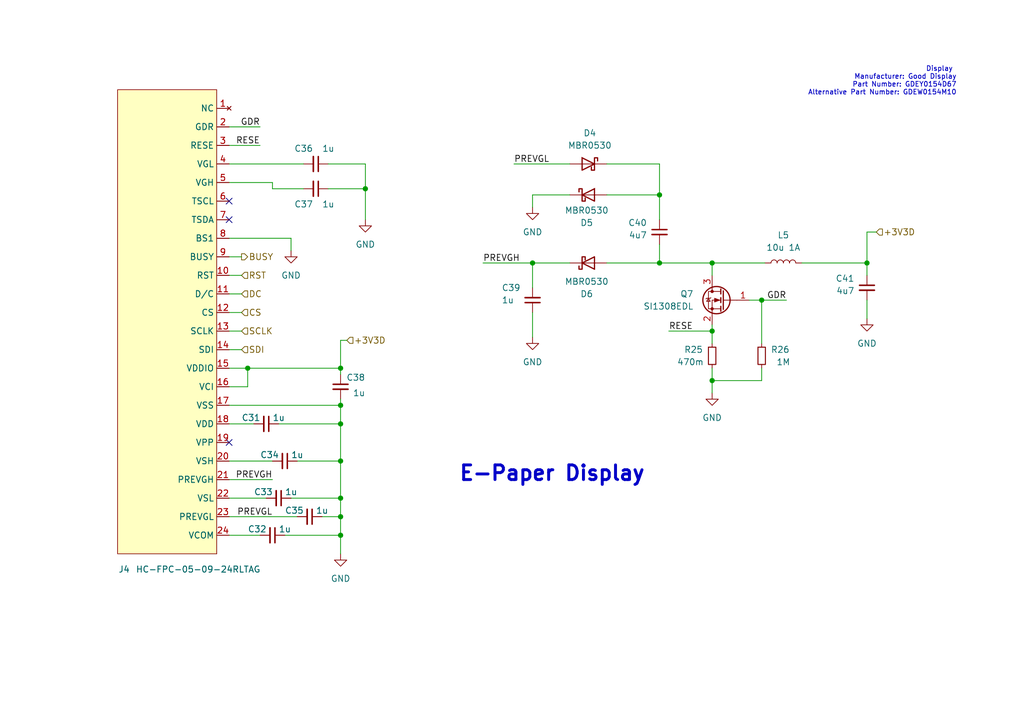
<source format=kicad_sch>
(kicad_sch (version 20231120) (generator "eeschema") (generator_version "8.0")
  (paper "A5")
  (title_block (title "Teapotlabs Atlas") (date "2024-10-25") (rev "1") (company "Teapot Laboratories"))
  (lib_symbols
    (symbol "Device:C_Small" (pin_numbers hide) (pin_names (offset 0.254) hide)
      (property "Reference" "C" (at 0.254 1.778 0))
      (property "Value" "C_Small" (at 0.254 -2.032 0))
      (symbol "C_Small_0_1"
        (polyline (pts (xy -1.524 -0.508) (xy 1.524 -0.508)) (stroke (width 0.3302)))
        (polyline (pts (xy -1.524 0.508) (xy 1.524 0.508)) (stroke (width 0.3048)))
      )
      (symbol "C_Small_1_1"
        (pin passive line (at 0 2.54 270) (length 2.032) (name "~") (number "1"))
        (pin passive line (at 0 -2.54 90) (length 2.032) (name "~") (number "2"))
      )
    )
    (symbol "Device:L" (pin_numbers hide) (pin_names (offset 1.016) hide)
      (property "Reference" "L" (at -1.27 0 90))
      (property "Value" "L" (at 1.905 0 90))
      (symbol "L_0_1"
        (arc (start 0 -2.54) (mid 0.6323 -1.905) (end 0 -1.27))
        (arc (start 0 -1.27) (mid 0.6323 -0.635) (end 0 0))
        (arc (start 0 0) (mid 0.6323 0.635) (end 0 1.27))
        (arc (start 0 1.27) (mid 0.6323 1.905) (end 0 2.54))
      )
      (symbol "L_1_1"
        (pin passive line (at 0 3.81 270) (length 1.27) (name "1") (number "1"))
        (pin passive line (at 0 -3.81 90) (length 1.27) (name "2") (number "2"))
      )
    )
    (symbol "Device:R_Small" (pin_numbers hide) (pin_names (offset 0.254) hide)
      (property "Reference" "R" (at 0.762 0.508 0))
      (property "Value" "R_Small" (at 0.762 -1.016 0))
      (symbol "R_Small_0_1"
        (rectangle (start -0.762 1.778) (end 0.762 -1.778) (stroke (width 0.2032)))
      )
      (symbol "R_Small_1_1"
        (pin passive line (at 0 2.54 270) (length 0.762) (name "~") (number "1"))
        (pin passive line (at 0 -2.54 90) (length 0.762) (name "~") (number "2"))
      )
    )
    (symbol "Diode:MBR0530" (pin_numbers hide) (pin_names (offset 1.016) hide)
      (property "Reference" "D" (at 0 2.54 0))
      (property "Value" "MBR0530" (at 0 -2.54 0))
      (symbol "MBR0530_0_1"
        (polyline (pts (xy 1.27 0) (xy -1.27 0)))
        (polyline (pts (xy 1.27 1.27) (xy 1.27 -1.27) (xy -1.27 0) (xy 1.27 1.27)) (stroke (width 0.254)))
        (polyline (pts (xy -1.905 0.635) (xy -1.905 1.27) (xy -1.27 1.27) (xy -1.27 -1.27) (xy -0.635 -1.27) (xy -0.635 -0.635)) (stroke (width 0.254)))
      )
      (symbol "MBR0530_1_1"
        (pin passive line (at -3.81 0 0) (length 2.54) (name "K") (number "1"))
        (pin passive line (at 3.81 0 180) (length 2.54) (name "A") (number "2"))
      )
    )
    (symbol "Transistor_FET:AO3400A" (pin_names hide)
      (property "Reference" "Q" (at 5.08 1.905 0))
      (property "Value" "AO3400A" (at 5.08 0 0))
      (symbol "AO3400A_0_1"
        (polyline (pts (xy 0.254 0) (xy -2.54 0)))
        (polyline (pts (xy 0.254 1.905) (xy 0.254 -1.905)) (stroke (width 0.254)))
        (polyline (pts (xy 0.762 -1.27) (xy 0.762 -2.286)) (stroke (width 0.254)))
        (polyline (pts (xy 0.762 0.508) (xy 0.762 -0.508)) (stroke (width 0.254)))
        (polyline (pts (xy 0.762 2.286) (xy 0.762 1.27)) (stroke (width 0.254)))
        (polyline (pts (xy 2.54 2.54) (xy 2.54 1.778)))
        (polyline (pts (xy 2.54 -2.54) (xy 2.54 0) (xy 0.762 0)))
        (polyline (pts (xy 0.762 -1.778) (xy 3.302 -1.778) (xy 3.302 1.778) (xy 0.762 1.778)))
        (polyline (pts (xy 1.016 0) (xy 2.032 0.381) (xy 2.032 -0.381) (xy 1.016 0)) (fill (type outline)))
        (polyline (pts (xy 2.794 0.508) (xy 2.921 0.381) (xy 3.683 0.381) (xy 3.81 0.254)))
        (polyline (pts (xy 3.302 0.381) (xy 2.921 -0.254) (xy 3.683 -0.254) (xy 3.302 0.381)))
        (circle (center 1.651 0) (radius 2.794) (stroke (width 0.254)))
        (circle (center 2.54 -1.778) (radius 0.254) (fill (type outline)))
        (circle (center 2.54 1.778) (radius 0.254) (fill (type outline)))
      )
      (symbol "AO3400A_1_1"
        (pin input line (at -5.08 0 0) (length 2.54) (name "G") (number "1"))
        (pin passive line (at 2.54 -5.08 90) (length 2.54) (name "S") (number "2"))
        (pin passive line (at 2.54 5.08 270) (length 2.54) (name "D") (number "3"))
      )
    )
    (symbol "atlas:GDEW0154M10"
      (property "Reference" "U" (at -8.89 45.72 0))
      (symbol "GDEW0154M10_1_1"
        (rectangle (start -10.16 44.45) (end 10.16 -50.8) (fill (type background)))
        (pin no_connect line (at -12.7 40.64 0) (length 2.54) (name "NC") (number "1"))
        (pin input line (at -12.7 6.35 0) (length 2.54) (name "RST") (number "10"))
        (pin input line (at -12.7 2.54 0) (length 2.54) (name "D/C") (number "11"))
        (pin input line (at -12.7 -1.27 0) (length 2.54) (name "CS") (number "12"))
        (pin output line (at -12.7 -5.08 0) (length 2.54) (name "SCLK") (number "13"))
        (pin output line (at -12.7 -8.89 0) (length 2.54) (name "SDI") (number "14"))
        (pin power_in line (at -12.7 -12.7 0) (length 2.54) (name "VDDIO") (number "15"))
        (pin power_in line (at -12.7 -16.51 0) (length 2.54) (name "VCI") (number "16"))
        (pin power_in line (at -12.7 -20.32 0) (length 2.54) (name "VSS") (number "17"))
        (pin power_in line (at -12.7 -24.13 0) (length 2.54) (name "VDD") (number "18"))
        (pin power_in line (at -12.7 -27.94 0) (length 2.54) (name "VPP") (number "19"))
        (pin output line (at -12.7 36.83 0) (length 2.54) (name "GDR") (number "2"))
        (pin power_in line (at -12.7 -31.75 0) (length 2.54) (name "VSH") (number "20"))
        (pin power_in line (at -12.7 -35.56 0) (length 2.54) (name "PREVGH") (number "21"))
        (pin power_in line (at -12.7 -39.37 0) (length 2.54) (name "VSL") (number "22"))
        (pin power_in line (at -12.7 -43.18 0) (length 2.54) (name "PREVGL") (number "23"))
        (pin power_in line (at -12.7 -46.99 0) (length 2.54) (name "VCOM") (number "24"))
        (pin output line (at -12.7 33.02 0) (length 2.54) (name "RESE") (number "3"))
        (pin passive line (at -12.7 29.21 0) (length 2.54) (name "VGL") (number "4"))
        (pin passive line (at -12.7 25.4 0) (length 2.54) (name "VGH") (number "5"))
        (pin output line (at -12.7 21.59 0) (length 2.54) (name "TSCL") (number "6"))
        (pin bidirectional line (at -12.7 17.78 0) (length 2.54) (name "TSDA") (number "7"))
        (pin input line (at -12.7 13.97 0) (length 2.54) (name "BS1") (number "8"))
        (pin output line (at -12.7 10.16 0) (length 2.54) (name "BUSY") (number "9"))
      )
    )
    (symbol "power:GND" (power) (pin_names (offset 0))
      (property "Value" "GND" (at 0 -3.81 0))
      (symbol "GND_0_1"
        (polyline (pts (xy 0 0) (xy 0 -1.27) (xy 1.27 -1.27) (xy 0 -2.54) (xy -1.27 -1.27) (xy 0 -1.27)))
      )
      (symbol "GND_1_1"
        (pin power_in line (at 0 0 270) (length 0) hide (name "GND") (number "1"))
      )
    )
  )
  (junction (at 69.85 109.855))
  (junction (at 135.255 53.975))
  (junction (at 146.05 53.975))
  (junction (at 69.85 83.185))
  (junction (at 109.22 53.975))
  (junction (at 69.85 94.615))
  (junction (at 146.05 78.105))
  (junction (at 69.85 86.995))
  (junction (at 69.85 106.045))
  (junction (at 74.93 38.735))
  (junction (at 69.85 102.235))
  (junction (at 135.255 40.005))
  (junction (at 50.8 75.565))
  (junction (at 69.85 75.565))
  (junction (at 146.05 67.945))
  (junction (at 177.8 53.975))
  (junction (at 156.21 61.595))
  (no_connect (at 46.99 90.805))
  (no_connect (at 46.99 45.085))
  (no_connect (at 46.99 41.275))
  (wire (pts (xy 156.21 75.565) (xy 156.21 78.105)))
  (wire (pts (xy 146.05 66.675) (xy 146.05 67.945)))
  (wire (pts (xy 55.88 37.465) (xy 55.88 38.735)))
  (wire (pts (xy 74.93 38.735) (xy 74.93 45.085)))
  (wire (pts (xy 69.85 113.665) (xy 69.85 109.855)))
  (wire (pts (xy 59.69 48.895) (xy 59.69 51.435)))
  (wire (pts (xy 69.85 109.855) (xy 69.85 106.045)))
  (wire (pts (xy 46.99 79.375) (xy 50.8 79.375)))
  (wire (pts (xy 49.53 60.325) (xy 46.99 60.325)))
  (wire (pts (xy 146.05 67.945) (xy 137.16 67.945)))
  (wire (pts (xy 74.93 33.655) (xy 74.93 38.735)))
  (wire (pts (xy 49.53 67.945) (xy 46.99 67.945)))
  (wire (pts (xy 161.29 61.595) (xy 156.21 61.595)))
  (wire (pts (xy 49.53 56.515) (xy 46.99 56.515)))
  (wire (pts (xy 109.22 53.975) (xy 109.22 59.055)))
  (wire (pts (xy 69.85 86.995) (xy 69.85 83.185)))
  (wire (pts (xy 53.34 109.855) (xy 46.99 109.855)))
  (wire (pts (xy 55.88 98.425) (xy 46.99 98.425)))
  (wire (pts (xy 69.85 75.565) (xy 50.8 75.565)))
  (wire (pts (xy 50.8 79.375) (xy 50.8 75.565)))
  (wire (pts (xy 69.85 109.855) (xy 58.42 109.855)))
  (wire (pts (xy 50.8 75.565) (xy 46.99 75.565)))
  (wire (pts (xy 156.21 70.485) (xy 156.21 61.595)))
  (wire (pts (xy 49.53 71.755) (xy 46.99 71.755)))
  (wire (pts (xy 135.255 33.655) (xy 135.255 40.005)))
  (wire (pts (xy 46.99 37.465) (xy 55.88 37.465)))
  (wire (pts (xy 49.53 64.135) (xy 46.99 64.135)))
  (wire (pts (xy 62.23 33.655) (xy 46.99 33.655)))
  (wire (pts (xy 135.255 40.005) (xy 135.255 45.085)))
  (wire (pts (xy 135.255 33.655) (xy 124.46 33.655)))
  (wire (pts (xy 69.85 102.235) (xy 59.69 102.235)))
  (wire (pts (xy 74.93 33.655) (xy 67.31 33.655)))
  (wire (pts (xy 69.85 75.565) (xy 69.85 76.835)))
  (wire (pts (xy 179.705 47.625) (xy 177.8 47.625)))
  (wire (pts (xy 146.05 53.975) (xy 156.845 53.975)))
  (wire (pts (xy 177.8 47.625) (xy 177.8 53.975)))
  (wire (pts (xy 177.8 53.975) (xy 164.465 53.975)))
  (wire (pts (xy 135.255 50.165) (xy 135.255 53.975)))
  (wire (pts (xy 116.84 40.005) (xy 109.22 40.005)))
  (wire (pts (xy 135.255 40.005) (xy 124.46 40.005)))
  (wire (pts (xy 69.85 83.185) (xy 46.99 83.185)))
  (wire (pts (xy 116.84 53.975) (xy 109.22 53.975)))
  (wire (pts (xy 69.85 81.915) (xy 69.85 83.185)))
  (wire (pts (xy 146.05 56.515) (xy 146.05 53.975)))
  (wire (pts (xy 74.93 38.735) (xy 67.31 38.735)))
  (wire (pts (xy 109.22 64.135) (xy 109.22 69.215)))
  (wire (pts (xy 69.85 94.615) (xy 60.96 94.615)))
  (wire (pts (xy 146.05 53.975) (xy 135.255 53.975)))
  (wire (pts (xy 116.84 33.655) (xy 105.41 33.655)))
  (wire (pts (xy 156.21 61.595) (xy 153.67 61.595)))
  (wire (pts (xy 69.85 106.045) (xy 69.85 102.235)))
  (wire (pts (xy 49.53 52.705) (xy 46.99 52.705)))
  (wire (pts (xy 52.07 86.995) (xy 46.99 86.995)))
  (wire (pts (xy 69.85 106.045) (xy 66.04 106.045)))
  (wire (pts (xy 69.85 86.995) (xy 57.15 86.995)))
  (wire (pts (xy 146.05 67.945) (xy 146.05 70.485)))
  (wire (pts (xy 69.85 69.85) (xy 69.85 75.565)))
  (wire (pts (xy 54.61 102.235) (xy 46.99 102.235)))
  (wire (pts (xy 109.22 53.975) (xy 99.06 53.975)))
  (wire (pts (xy 55.88 38.735) (xy 62.23 38.735)))
  (wire (pts (xy 53.34 26.035) (xy 46.99 26.035)))
  (wire (pts (xy 177.8 53.975) (xy 177.8 56.515)))
  (wire (pts (xy 146.05 78.105) (xy 146.05 80.645)))
  (wire (pts (xy 69.85 94.615) (xy 69.85 86.995)))
  (wire (pts (xy 135.255 53.975) (xy 124.46 53.975)))
  (wire (pts (xy 69.85 69.85) (xy 71.12 69.85)))
  (wire (pts (xy 55.88 94.615) (xy 46.99 94.615)))
  (wire (pts (xy 60.96 106.045) (xy 46.99 106.045)))
  (wire (pts (xy 69.85 102.235) (xy 69.85 94.615)))
  (wire (pts (xy 46.99 48.895) (xy 59.69 48.895)))
  (wire (pts (xy 146.05 75.565) (xy 146.05 78.105)))
  (wire (pts (xy 156.21 78.105) (xy 146.05 78.105)))
  (wire (pts (xy 177.8 61.595) (xy 177.8 65.405)))
  (wire (pts (xy 109.22 40.005) (xy 109.22 42.545)))
  (wire (pts (xy 53.34 29.845) (xy 46.99 29.845)))
  (text "Display \nManufacturer: Good Display\nPart Number: GDEY0154D67\nAlternative Part Number: GDEW0154M10" (at 196.215 19.685 0) (effects (font (size 1 1)) (justify right bottom)))
  (text "E-Paper Display" (at 93.98 99.06 0) (effects (font (size 3 3) (thickness 0.6) (bold yes)) (justify left bottom)))
  (label "GDR" (at 53.34 26.035 180))
  (label "PREVGL" (at 55.88 106.045 180))
  (label "RESE" (at 137.16 67.945 0))
  (label "RESE" (at 53.34 29.845 180))
  (label "GDR" (at 161.29 61.595 180))
  (label "PREVGH" (at 55.88 98.425 180))
  (label "PREVGL" (at 105.41 33.655 0))
  (label "PREVGH" (at 99.06 53.975 0))
  (hierarchical_label "DC" (shape input) (at 49.53 60.325 0))
  (hierarchical_label "+3V3D" (shape input) (at 71.12 69.85 0))
  (hierarchical_label "SDI" (shape input) (at 49.53 71.755 0))
  (hierarchical_label "+3V3D" (shape input) (at 179.705 47.625 0))
  (hierarchical_label "RST" (shape input) (at 49.53 56.515 0))
  (hierarchical_label "CS" (shape input) (at 49.53 64.135 0))
  (hierarchical_label "BUSY" (shape output) (at 49.53 52.705 0))
  (hierarchical_label "SCLK" (shape input) (at 49.53 67.945 0))
  (symbol (lib_id "Device:C_Small") (at 63.5 106.045 270) (mirror x) (unit 1)
    (property "Reference" "C35" (at 58.42 104.775 90) (effects (justify left)))
    (property "Value" "1u" (at 64.77 104.775 90) (effects (justify left)))
    (property "Footprint" "Capacitor_SMD:C_0402_1005Metric" (effects (hide yes)))
    (property "Datasheet" "https://datasheet.lcsc.com/lcsc/2201180430_Murata-Electronics-GRM155R61H105KE05D_C1518208.pdf" (effects (hide yes)))
    (property "Part Description" "Ceramic Capacitors 50V 1uF X5R ±10%" (effects (hide yes)))
    (property "Manufacturer" "Murata Electronics" (effects (hide yes)))
    (property "Manufacturer Part Number" "GRM155R61H105KE05D" (effects (hide yes)))
    (property "Distributor" "LCSC" (effects (hide yes)))
    (property "Distributor Part Number" "C1518208" (effects (hide yes)))
    (property "Distributor Link" "https://www.lcsc.com/product-detail/Multilayer-Ceramic-Capacitors-MLCC-SMD-SMT_Murata-Electronics-GRM155R61H105KE05D_C1518208.html" (effects (hide yes)))
  )
  (symbol (lib_id "power:GND") (at 69.85 113.665 0) (mirror y) (unit 1)
    (property "Reference" "#PWR094" (effects (hide yes)))
    (property "Value" "GND" (at 69.85 118.745 0))
  )
  (symbol (lib_id "Device:C_Small") (at 54.61 86.995 270) (mirror x) (unit 1)
    (property "Reference" "C31" (at 49.53 85.725 90) (effects (justify left)))
    (property "Value" "1u" (at 55.88 85.725 90) (effects (justify left)))
    (property "Footprint" "Capacitor_SMD:C_0402_1005Metric" (effects (hide yes)))
    (property "Datasheet" "https://datasheet.lcsc.com/lcsc/2201180430_Murata-Electronics-GRM155R61H105KE05D_C1518208.pdf" (effects (hide yes)))
    (property "Part Description" "Ceramic Capacitors 50V 1uF X5R ±10%" (effects (hide yes)))
    (property "Manufacturer" "Murata Electronics" (effects (hide yes)))
    (property "Manufacturer Part Number" "GRM155R61H105KE05D" (effects (hide yes)))
    (property "Distributor" "LCSC" (effects (hide yes)))
    (property "Distributor Part Number" "C1518208" (effects (hide yes)))
    (property "Distributor Link" "https://www.lcsc.com/product-detail/Multilayer-Ceramic-Capacitors-MLCC-SMD-SMT_Murata-Electronics-GRM155R61H105KE05D_C1518208.html" (effects (hide yes)))
  )
  (symbol (lib_id "Device:R_Small") (at 146.05 73.025 180) (unit 1)
    (property "Reference" "R25" (at 142.24 71.755 0))
    (property "Value" "470m" (at 141.605 74.295 0))
    (property "Footprint" "Resistor_SMD:R_0402_1005Metric" (effects (hide yes)))
    (property "Datasheet" "https://datasheet.lcsc.com/lcsc/2305172030_Vishay-Intertech-RCWE0402R470FKEA_C962578.pdf" (effects (hide yes)))
    (property "Part Description" "Resistor 125mW ±1% 470mΩ" (effects (hide yes)))
    (property "Manufacturer" "Vishay Intertech" (effects (hide yes)))
    (property "Manufacturer Part Number" "RCWE0402R470FKEA" (effects (hide yes)))
    (property "Distributor" "LCSC" (effects (hide yes)))
    (property "Distributor Part Number" "C962578" (effects (hide yes)))
    (property "Distributor Link" "https://www.lcsc.com/product-detail/Chip-Resistor-Surface-Mount_Vishay-Intertech-RCWE0402R470FKEA_C962578.html" (effects (hide yes)))
    (instances (project "atlas" (path "" (reference "R25") (unit 1))) (project "bwlr1e-prog" (path "" (reference "R5") (unit 1))) (project "feather_rak3172" (path "" (reference "R3") (unit 1))))
  )
  (symbol (lib_id "Diode:MBR0530") (at 120.65 53.975 0) (mirror x) (unit 1)
    (property "Reference" "D6" (at 120.3325 60.325 0))
    (property "Value" "MBR0530" (at 120.3325 57.785 0))
    (property "Footprint" "Diode_SMD:D_SOD-123" (effects (hide yes)))
    (property "Datasheet" "http://www.mccsemi.com/up_pdf/MBR0520~MBR0580(SOD123).pdf" (effects (hide yes)))
    (property "Part Description" "Schottky Barrier Diodes 30V 430mV@500mA 500mA" (effects (hide yes)))
    (property "Manufacturer" "onsemi" (effects (hide yes)))
    (property "Manufacturer Part Number" "MBR0530T1G" (effects (hide yes)))
    (property "Distributor" "LCSC" (effects (hide yes)))
    (property "Distributor Part Number" "C82046" (effects (hide yes)))
    (property "Distributor Link" "https://www.lcsc.com/product-detail/Schottky-Barrier-Diodes-SBD_onsemi-MBR0530T1G_C82046.html" (effects (hide yes)))
  )
  (symbol (lib_id "Transistor_FET:AO3400A") (at 148.59 61.595 0) (mirror y) (unit 1)
    (property "Reference" "Q7" (at 142.24 60.325 0) (effects (justify left)))
    (property "Value" "SI1308EDL" (at 142.24 62.865 0) (effects (justify left)))
    (property "Footprint" "Package_TO_SOT_SMD:SOT-323_SC-70" (effects (hide yes)))
    (property "Datasheet" "https://datasheet.lcsc.com/lcsc/1912202016_Vishay-Intertech-SI1308EDL-T1-GE3_C469327.pdf" (effects (hide yes)))
    (property "Part Description" "MOSFET N Channel 30V 1.4A 132mΩ@10V,1.4A " (effects (hide yes)))
    (property "Manufacturer" "Vishay Intertech" (effects (hide yes)))
    (property "Manufacturer Part Number" "SI1308EDL-T1-GE3" (effects (hide yes)))
    (property "Distributor" "LCSC" (effects (hide yes)))
    (property "Distributor Part Number" "C469327" (effects (hide yes)))
    (property "Distributor Link" "https://www.lcsc.com/product-detail/MOSFETs_Vishay-Intertech-SI1308EDL-T1-GE3_C469327.html" (effects (hide yes)))
  )
  (symbol (lib_id "power:GND") (at 177.8 65.405 0) (mirror y) (unit 1)
    (property "Reference" "#PWR0100" (effects (hide yes)))
    (property "Value" "GND" (at 177.8 70.485 0))
  )
  (symbol (lib_id "Device:C_Small") (at 109.22 61.595 0) (mirror x) (unit 1)
    (property "Reference" "C39" (at 102.87 59.055 0) (effects (justify left)))
    (property "Value" "1u" (at 102.87 61.595 0) (effects (justify left)))
    (property "Footprint" "Capacitor_SMD:C_0402_1005Metric" (effects (hide yes)))
    (property "Datasheet" "https://datasheet.lcsc.com/lcsc/2201180430_Murata-Electronics-GRM155R61H105KE05D_C1518208.pdf" (effects (hide yes)))
    (property "Part Description" "Ceramic Capacitors 50V 1uF X5R ±10%" (effects (hide yes)))
    (property "Manufacturer" "Murata Electronics" (effects (hide yes)))
    (property "Manufacturer Part Number" "GRM155R61H105KE05D" (effects (hide yes)))
    (property "Distributor" "LCSC" (effects (hide yes)))
    (property "Distributor Part Number" "C1518208" (effects (hide yes)))
    (property "Distributor Link" "https://www.lcsc.com/product-detail/Multilayer-Ceramic-Capacitors-MLCC-SMD-SMT_Murata-Electronics-GRM155R61H105KE05D_C1518208.html" (effects (hide yes)))
  )
  (symbol (lib_id "power:GND") (at 59.69 51.435 0) (mirror y) (unit 1)
    (property "Reference" "#PWR092" (effects (hide yes)))
    (property "Value" "GND" (at 59.69 56.515 0))
  )
  (symbol (lib_id "Device:C_Small") (at 57.15 102.235 270) (mirror x) (unit 1)
    (property "Reference" "C33" (at 52.07 100.965 90) (effects (justify left)))
    (property "Value" "1u" (at 58.42 100.965 90) (effects (justify left)))
    (property "Footprint" "Capacitor_SMD:C_0402_1005Metric" (effects (hide yes)))
    (property "Datasheet" "https://datasheet.lcsc.com/lcsc/2201180430_Murata-Electronics-GRM155R61H105KE05D_C1518208.pdf" (effects (hide yes)))
    (property "Part Description" "Ceramic Capacitors 50V 1uF X5R ±10%" (effects (hide yes)))
    (property "Manufacturer" "Murata Electronics" (effects (hide yes)))
    (property "Manufacturer Part Number" "GRM155R61H105KE05D" (effects (hide yes)))
    (property "Distributor" "LCSC" (effects (hide yes)))
    (property "Distributor Part Number" "C1518208" (effects (hide yes)))
    (property "Distributor Link" "https://www.lcsc.com/product-detail/Multilayer-Ceramic-Capacitors-MLCC-SMD-SMT_Murata-Electronics-GRM155R61H105KE05D_C1518208.html" (effects (hide yes)))
  )
  (symbol (lib_id "power:GND") (at 146.05 80.645 0) (mirror y) (unit 1)
    (property "Reference" "#PWR098" (effects (hide yes)))
    (property "Value" "GND" (at 146.05 85.725 0))
  )
  (symbol (lib_id "power:GND") (at 74.93 45.085 0) (mirror y) (unit 1)
    (property "Reference" "#PWR095" (effects (hide yes)))
    (property "Value" "GND" (at 74.93 50.165 0))
  )
  (symbol (lib_id "Device:C_Small") (at 55.88 109.855 270) (mirror x) (unit 1)
    (property "Reference" "C32" (at 50.8 108.585 90) (effects (justify left)))
    (property "Value" "1u" (at 57.15 108.585 90) (effects (justify left)))
    (property "Footprint" "Capacitor_SMD:C_0402_1005Metric" (effects (hide yes)))
    (property "Datasheet" "https://datasheet.lcsc.com/lcsc/2201180430_Murata-Electronics-GRM155R61H105KE05D_C1518208.pdf" (effects (hide yes)))
    (property "Part Description" "Ceramic Capacitors 50V 1uF X5R ±10%" (effects (hide yes)))
    (property "Manufacturer" "Murata Electronics" (effects (hide yes)))
    (property "Manufacturer Part Number" "GRM155R61H105KE05D" (effects (hide yes)))
    (property "Distributor" "LCSC" (effects (hide yes)))
    (property "Distributor Part Number" "C1518208" (effects (hide yes)))
    (property "Distributor Link" "https://www.lcsc.com/product-detail/Multilayer-Ceramic-Capacitors-MLCC-SMD-SMT_Murata-Electronics-GRM155R61H105KE05D_C1518208.html" (effects (hide yes)))
  )
  (symbol (lib_id "Device:C_Small") (at 135.255 47.625 0) (mirror y) (unit 1)
    (property "Reference" "C40" (at 132.715 45.72 0) (effects (justify left)))
    (property "Value" "4u7" (at 132.715 48.26 0) (effects (justify left)))
    (property "Footprint" "Capacitor_SMD:C_0603_1608Metric" (effects (hide yes)))
    (property "Datasheet" "https://datasheet.lcsc.com/lcsc/1810261513_Samsung-Electro-Mechanics-CL10A475KA8NQNC_C69335.pdf" (effects (hide yes)))
    (property "Part Description" "Ceramic Capacitors 25V 4.7uF X5R ±10%" (effects (hide yes)))
    (property "Manufacturer" "Samsung Electro-Mechanics" (effects (hide yes)))
    (property "Manufacturer Part Number" "CL10A475KA8NQNC" (effects (hide yes)))
    (property "Distributor" "LCSC" (effects (hide yes)))
    (property "Distributor Part Number" "C69335" (effects (hide yes)))
    (property "Distributor Link" "https://www.lcsc.com/product-detail/Multilayer-Ceramic-Capacitors-MLCC-SMD-SMT_Samsung-Electro-Mechanics-CL10A475KA8NQNC_C69335.html" (effects (hide yes)))
  )
  (symbol (lib_id "Device:C_Small") (at 58.42 94.615 270) (mirror x) (unit 1)
    (property "Reference" "C34" (at 53.34 93.345 90) (effects (justify left)))
    (property "Value" "1u" (at 59.69 93.345 90) (effects (justify left)))
    (property "Footprint" "Capacitor_SMD:C_0402_1005Metric" (effects (hide yes)))
    (property "Datasheet" "https://datasheet.lcsc.com/lcsc/2201180430_Murata-Electronics-GRM155R61H105KE05D_C1518208.pdf" (effects (hide yes)))
    (property "Part Description" "Ceramic Capacitors 50V 1uF X5R ±10%" (effects (hide yes)))
    (property "Manufacturer" "Murata Electronics" (effects (hide yes)))
    (property "Manufacturer Part Number" "GRM155R61H105KE05D" (effects (hide yes)))
    (property "Distributor" "LCSC" (effects (hide yes)))
    (property "Distributor Part Number" "C1518208" (effects (hide yes)))
    (property "Distributor Link" "https://www.lcsc.com/product-detail/Multilayer-Ceramic-Capacitors-MLCC-SMD-SMT_Murata-Electronics-GRM155R61H105KE05D_C1518208.html" (effects (hide yes)))
  )
  (symbol (lib_id "Device:C_Small") (at 64.77 33.655 270) (mirror x) (unit 1)
    (property "Reference" "C36" (at 60.325 30.48 90) (effects (justify left)))
    (property "Value" "1u" (at 66.04 30.48 90) (effects (justify left)))
    (property "Footprint" "Capacitor_SMD:C_0402_1005Metric" (effects (hide yes)))
    (property "Datasheet" "https://datasheet.lcsc.com/lcsc/2201180430_Murata-Electronics-GRM155R61H105KE05D_C1518208.pdf" (effects (hide yes)))
    (property "Part Description" "Ceramic Capacitors 50V 1uF X5R ±10%" (effects (hide yes)))
    (property "Manufacturer" "Murata Electronics" (effects (hide yes)))
    (property "Manufacturer Part Number" "GRM155R61H105KE05D" (effects (hide yes)))
    (property "Distributor" "LCSC" (effects (hide yes)))
    (property "Distributor Part Number" "C1518208" (effects (hide yes)))
    (property "Distributor Link" "https://www.lcsc.com/product-detail/Multilayer-Ceramic-Capacitors-MLCC-SMD-SMT_Murata-Electronics-GRM155R61H105KE05D_C1518208.html" (effects (hide yes)))
  )
  (symbol (lib_id "Diode:MBR0530") (at 120.65 33.655 0) (mirror y) (unit 1)
    (property "Reference" "D4" (at 120.9675 27.305 0))
    (property "Value" "MBR0530" (at 120.9675 29.845 0))
    (property "Footprint" "Diode_SMD:D_SOD-123" (effects (hide yes)))
    (property "Datasheet" "http://www.mccsemi.com/up_pdf/MBR0520~MBR0580(SOD123).pdf" (effects (hide yes)))
    (property "Part Description" "Schottky Barrier Diodes 30V 430mV@500mA 500mA" (effects (hide yes)))
    (property "Manufacturer" "onsemi" (effects (hide yes)))
    (property "Manufacturer Part Number" "MBR0530T1G" (effects (hide yes)))
    (property "Distributor" "LCSC" (effects (hide yes)))
    (property "Distributor Part Number" "C82046" (effects (hide yes)))
    (property "Distributor Link" "https://www.lcsc.com/product-detail/Schottky-Barrier-Diodes-SBD_onsemi-MBR0530T1G_C82046.html" (effects (hide yes)))
  )
  (symbol (lib_id "Device:C_Small") (at 69.85 79.375 0) (mirror y) (unit 1)
    (property "Reference" "C38" (at 74.93 77.47 0) (effects (justify left)))
    (property "Value" "1u" (at 74.93 80.645 0) (effects (justify left)))
    (property "Footprint" "Capacitor_SMD:C_0402_1005Metric" (effects (hide yes)))
    (property "Datasheet" "https://datasheet.lcsc.com/lcsc/2201180430_Murata-Electronics-GRM155R61H105KE05D_C1518208.pdf" (effects (hide yes)))
    (property "Part Description" "Ceramic Capacitors 50V 1uF X5R ±10%" (effects (hide yes)))
    (property "Manufacturer" "Murata Electronics" (effects (hide yes)))
    (property "Manufacturer Part Number" "GRM155R61H105KE05D" (effects (hide yes)))
    (property "Distributor" "LCSC" (effects (hide yes)))
    (property "Distributor Part Number" "C1518208" (effects (hide yes)))
    (property "Distributor Link" "https://www.lcsc.com/product-detail/Multilayer-Ceramic-Capacitors-MLCC-SMD-SMT_Murata-Electronics-GRM155R61H105KE05D_C1518208.html" (effects (hide yes)))
  )
  (symbol (lib_id "Device:R_Small") (at 156.21 73.025 0) (mirror x) (unit 1)
    (property "Reference" "R26" (at 160.02 71.755 0))
    (property "Value" "1M" (at 160.655 74.295 0))
    (property "Footprint" "Resistor_SMD:R_0402_1005Metric" (effects (hide yes)))
    (property "Datasheet" "RK73H1ETTP1004F" (effects (hide yes)))
    (property "Part Description" "Resistors 100mW ±1% 1MΩ" (effects (hide yes)))
    (property "Manufacturer" "KOA Speer Elec" (effects (hide yes)))
    (property "Manufacturer Part Number" "RK73H1ETTP1004F" (effects (hide yes)))
    (property "Distributor" "LCSC" (effects (hide yes)))
    (property "Distributor Part Number" "C159943" (effects (hide yes)))
    (property "Distributor Link" "https://www.lcsc.com/product-detail/Chip-Resistor-Surface-Mount_KOA-Speer-Elec-RK73H1ETTP1004F_C159943.html" (effects (hide yes)))
    (instances (project "atlas" (path "" (reference "R26") (unit 1))) (project "bwlr1e-prog" (path "" (reference "R5") (unit 1))) (project "feather_rak3172" (path "" (reference "R3") (unit 1))))
  )
  (symbol (lib_id "Device:L") (at 160.655 53.975 270) (mirror x) (unit 1)
    (property "Reference" "L5" (at 160.655 48.26 90))
    (property "Value" "10u 1A" (at 160.655 50.8 90))
    (property "Footprint" "atlas:L_Changjiang_FNR4012S" (effects (hide yes)))
    (property "Datasheet" "https://datasheet.lcsc.com/lcsc/2304140030_cjiang--Changjiang-Microelectronics-Tech-FNR4012S100MT_C167785.pdf" (effects (hide yes)))
    (property "Part Description" "Power Inductors 1A 10uH ±20% 1.1A SMD,4x4mm " (effects (hide yes)))
    (property "Manufacturer" "cjiang (Changjiang Microelectronics Tech)" (effects (hide yes)))
    (property "Manufacturer Part Number" "FNR4012S100MT" (effects (hide yes)))
    (property "Distributor" "LCSC" (effects (hide yes)))
    (property "Distributor Part Number" "C167785" (effects (hide yes)))
    (property "Distributor Link" "https://www.lcsc.com/product-detail/Power-Inductors_cjiang-Changjiang-Microelectronics-Tech-FNR4012S100MT_C167785.html" (effects (hide yes)))
  )
  (symbol (lib_id "atlas:GDEW0154M10") (at 34.29 62.865 0) (mirror y) (unit 1)
    (property "Reference" "J4" (at 26.67 116.84 0) (effects (justify left)))
    (property "Value" "HC-FPC-05-09-24RLTAG" (at 40.64 116.84 0))
    (property "Footprint" "atlas:FPC-SMD_24P-P0.50_HC-FPC-05-09-24RLTAG" (effects (hide yes)))
    (property "Datasheet" "https://datasheet.lcsc.com/lcsc/2210261730_HCTL-HC-FPC-05-09-24RLTAG_C5213757.pdf" (effects (hide yes)))
    (property "Part Description" "FFC & FPC Connectors Clamshell 24P Bottom Contact P=0.5mm" (effects (hide yes)))
    (property "Manufacturer" "HCTL" (effects (hide yes)))
    (property "Manufacturer Part Number" "HC-FPC-05-09-24RLTAG" (effects (hide yes)))
    (property "Distributor" "LCSC" (effects (hide yes)))
    (property "Distributor Part Number" "C5213757" (effects (hide yes)))
    (property "Distributor Link" "https://www.lcsc.com/product-detail/FFC-FPC-Connectors_HCTL-HC-FPC-05-09-24RLTAG_C5213757.html" (effects (hide yes)))
  )
  (symbol (lib_id "power:GND") (at 109.22 42.545 0) (mirror y) (unit 1)
    (property "Reference" "#PWR096" (effects (hide yes)))
    (property "Value" "GND" (at 109.22 47.625 0))
  )
  (symbol (lib_id "Device:C_Small") (at 177.8 59.055 0) (mirror y) (unit 1)
    (property "Reference" "C41" (at 175.26 57.15 0) (effects (justify left)))
    (property "Value" "4u7" (at 175.26 59.69 0) (effects (justify left)))
    (property "Footprint" "Capacitor_SMD:C_0603_1608Metric" (effects (hide yes)))
    (property "Datasheet" "https://datasheet.lcsc.com/lcsc/1810261513_Samsung-Electro-Mechanics-CL10A475KA8NQNC_C69335.pdf" (effects (hide yes)))
    (property "Part Description" "Ceramic Capacitors 25V 4.7uF X5R ±10%" (effects (hide yes)))
    (property "Manufacturer" "Samsung Electro-Mechanics" (effects (hide yes)))
    (property "Manufacturer Part Number" "CL10A475KA8NQNC" (effects (hide yes)))
    (property "Distributor" "LCSC" (effects (hide yes)))
    (property "Distributor Part Number" "C69335" (effects (hide yes)))
    (property "Distributor Link" "https://www.lcsc.com/product-detail/Multilayer-Ceramic-Capacitors-MLCC-SMD-SMT_Samsung-Electro-Mechanics-CL10A475KA8NQNC_C69335.html" (effects (hide yes)))
  )
  (symbol (lib_id "Diode:MBR0530") (at 120.65 40.005 0) (unit 1)
    (property "Reference" "D5" (at 120.3325 45.72 0))
    (property "Value" "MBR0530" (at 120.3325 43.18 0))
    (property "Footprint" "Diode_SMD:D_SOD-123" (effects (hide yes)))
    (property "Datasheet" "http://www.mccsemi.com/up_pdf/MBR0520~MBR0580(SOD123).pdf" (effects (hide yes)))
    (property "Part Description" "Schottky Barrier Diodes 30V 430mV@500mA 500mA" (effects (hide yes)))
    (property "Manufacturer" "onsemi" (effects (hide yes)))
    (property "Manufacturer Part Number" "MBR0530T1G" (effects (hide yes)))
    (property "Distributor" "LCSC" (effects (hide yes)))
    (property "Distributor Part Number" "C82046" (effects (hide yes)))
    (property "Distributor Link" "https://www.lcsc.com/product-detail/Schottky-Barrier-Diodes-SBD_onsemi-MBR0530T1G_C82046.html" (effects (hide yes)))
  )
  (symbol (lib_id "power:GND") (at 109.22 69.215 0) (mirror y) (unit 1)
    (property "Reference" "#PWR097" (effects (hide yes)))
    (property "Value" "GND" (at 109.22 74.295 0))
  )
  (symbol (lib_id "Device:C_Small") (at 64.77 38.735 270) (unit 1)
    (property "Reference" "C37" (at 60.325 41.91 90) (effects (justify left)))
    (property "Value" "1u" (at 66.04 41.91 90) (effects (justify left)))
    (property "Footprint" "Capacitor_SMD:C_0402_1005Metric" (effects (hide yes)))
    (property "Datasheet" "https://datasheet.lcsc.com/lcsc/2201180430_Murata-Electronics-GRM155R61H105KE05D_C1518208.pdf" (effects (hide yes)))
    (property "Part Description" "Ceramic Capacitors 50V 1uF X5R ±10%" (effects (hide yes)))
    (property "Manufacturer" "Murata Electronics" (effects (hide yes)))
    (property "Manufacturer Part Number" "GRM155R61H105KE05D" (effects (hide yes)))
    (property "Distributor" "LCSC" (effects (hide yes)))
    (property "Distributor Part Number" "C1518208" (effects (hide yes)))
    (property "Distributor Link" "https://www.lcsc.com/product-detail/Multilayer-Ceramic-Capacitors-MLCC-SMD-SMT_Murata-Electronics-GRM155R61H105KE05D_C1518208.html" (effects (hide yes)))
  )
)
</source>
